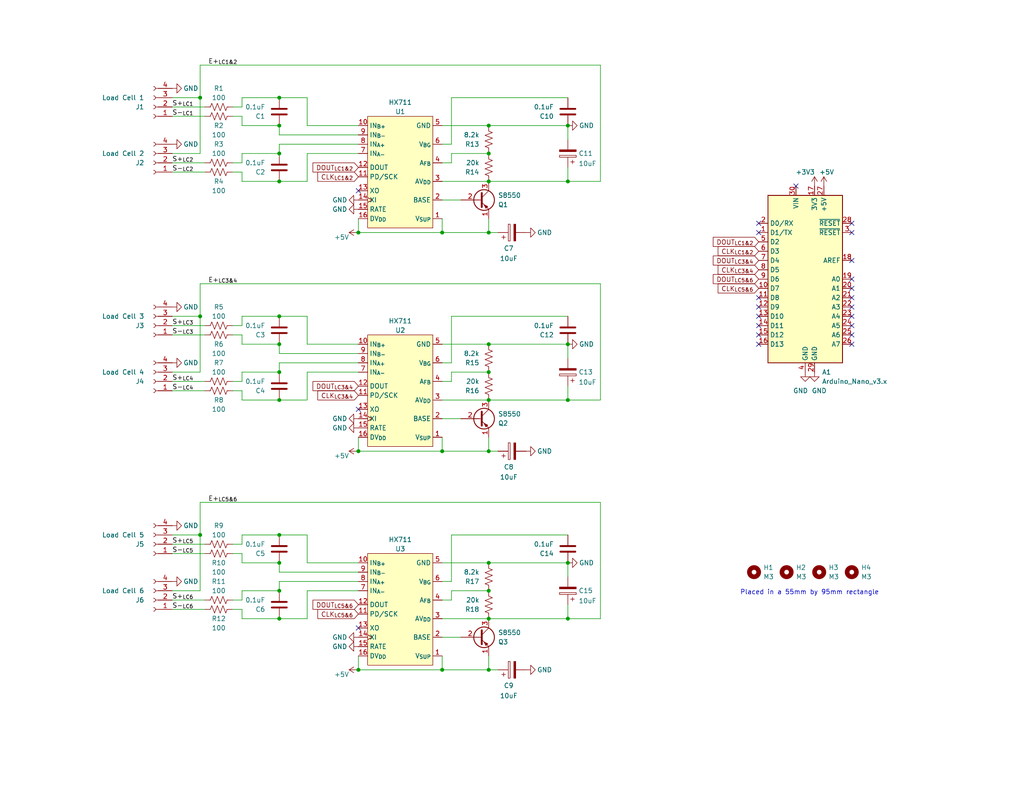
<source format=kicad_sch>
(kicad_sch (version 20211123) (generator eeschema)
  (paper "USLetter")
  (title_block (title "Wing Tester") (date "2022-04-23") (rev "1.3.1") (company "HPVDT"))
  (lib_symbols
    (symbol "Connector:Conn_01x04_Female" (pin_names (offset 1.016) hide)
      (property "Reference" "J" (at 0 5.08 0))
      (property "Value" "Conn_01x04_Female" (at 0 -7.62 0))
      (symbol "Conn_01x04_Female_1_1"
        (arc (start 0 -4.572) (mid -0.508 -5.08) (end 0 -5.588) (stroke (width 0.1524)))
        (arc (start 0 -2.032) (mid -0.508 -2.54) (end 0 -3.048) (stroke (width 0.1524)))
        (polyline (pts (xy -1.27 -5.08) (xy -0.508 -5.08)) (stroke (width 0.1524)))
        (polyline (pts (xy -1.27 -2.54) (xy -0.508 -2.54)) (stroke (width 0.1524)))
        (polyline (pts (xy -1.27 0) (xy -0.508 0)) (stroke (width 0.1524)))
        (polyline (pts (xy -1.27 2.54) (xy -0.508 2.54)) (stroke (width 0.1524)))
        (arc (start 0 0.508) (mid -0.508 0) (end 0 -0.508) (stroke (width 0.1524)))
        (arc (start 0 3.048) (mid -0.508 2.54) (end 0 2.032) (stroke (width 0.1524)))
        (pin passive line (at -5.08 2.54 0) (length 3.81) (name "Pin_1") (number "1"))
        (pin passive line (at -5.08 0 0) (length 3.81) (name "Pin_2") (number "2"))
        (pin passive line (at -5.08 -2.54 0) (length 3.81) (name "Pin_3") (number "3"))
        (pin passive line (at -5.08 -5.08 0) (length 3.81) (name "Pin_4") (number "4"))
      )
    )
    (symbol "Device:C" (pin_numbers hide) (pin_names (offset 0.254))
      (property "Reference" "C" (at 0.635 2.54 0))
      (property "Value" "C" (at 0.635 -2.54 0))
      (symbol "C_0_1"
        (polyline (pts (xy -2.032 -0.762) (xy 2.032 -0.762)) (stroke (width 0.508)))
        (polyline (pts (xy -2.032 0.762) (xy 2.032 0.762)) (stroke (width 0.508)))
      )
      (symbol "C_1_1"
        (pin passive line (at 0 3.81 270) (length 2.794) (name "~") (number "1"))
        (pin passive line (at 0 -3.81 90) (length 2.794) (name "~") (number "2"))
      )
    )
    (symbol "Device:C_Polarized" (pin_numbers hide) (pin_names (offset 0.254))
      (property "Reference" "C" (at 0.635 2.54 0))
      (property "Value" "C_Polarized" (at 0.635 -2.54 0))
      (symbol "C_Polarized_0_1"
        (rectangle (start -2.286 0.508) (end 2.286 1.016))
        (polyline (pts (xy -1.778 2.286) (xy -0.762 2.286)))
        (polyline (pts (xy -1.27 2.794) (xy -1.27 1.778)))
        (rectangle (start 2.286 -0.508) (end -2.286 -1.016) (fill (type outline)))
      )
      (symbol "C_Polarized_1_1"
        (pin passive line (at 0 3.81 270) (length 2.794) (name "~") (number "1"))
        (pin passive line (at 0 -3.81 90) (length 2.794) (name "~") (number "2"))
      )
    )
    (symbol "Device:R_US" (pin_numbers hide) (pin_names (offset 0))
      (property "Reference" "R" (at 2.54 0 90))
      (property "Value" "R_US" (at -2.54 0 90))
      (symbol "R_US_0_1"
        (polyline (pts (xy 0 -2.286) (xy 0 -2.54)))
        (polyline (pts (xy 0 2.286) (xy 0 2.54)))
        (polyline (pts (xy 0 -0.762) (xy 1.016 -1.143) (xy 0 -1.524) (xy -1.016 -1.905) (xy 0 -2.286)))
        (polyline (pts (xy 0 0.762) (xy 1.016 0.381) (xy 0 0) (xy -1.016 -0.381) (xy 0 -0.762)))
        (polyline (pts (xy 0 2.286) (xy 1.016 1.905) (xy 0 1.524) (xy -1.016 1.143) (xy 0 0.762)))
      )
      (symbol "R_US_1_1"
        (pin passive line (at 0 3.81 270) (length 1.27) (name "~") (number "1"))
        (pin passive line (at 0 -3.81 90) (length 1.27) (name "~") (number "2"))
      )
    )
    (symbol "MCU_Module:Arduino_Nano_v3.x"
      (property "Reference" "A" (at -10.16 23.495 0))
      (property "Value" "Arduino_Nano_v3.x" (at 5.08 -24.13 0))
      (symbol "Arduino_Nano_v3.x_0_1"
        (rectangle (start -10.16 22.86) (end 10.16 -22.86) (stroke (width 0.254)) (fill (type background)))
      )
      (symbol "Arduino_Nano_v3.x_1_1"
        (pin bidirectional line (at -12.7 12.7 0) (length 2.54) (name "D1/TX") (number "1"))
        (pin bidirectional line (at -12.7 -2.54 0) (length 2.54) (name "D7") (number "10"))
        (pin bidirectional line (at -12.7 -5.08 0) (length 2.54) (name "D8") (number "11"))
        (pin bidirectional line (at -12.7 -7.62 0) (length 2.54) (name "D9") (number "12"))
        (pin bidirectional line (at -12.7 -10.16 0) (length 2.54) (name "D10") (number "13"))
        (pin bidirectional line (at -12.7 -12.7 0) (length 2.54) (name "D11") (number "14"))
        (pin bidirectional line (at -12.7 -15.24 0) (length 2.54) (name "D12") (number "15"))
        (pin bidirectional line (at -12.7 -17.78 0) (length 2.54) (name "D13") (number "16"))
        (pin power_out line (at 2.54 25.4 270) (length 2.54) (name "3V3") (number "17"))
        (pin input line (at 12.7 5.08 180) (length 2.54) (name "AREF") (number "18"))
        (pin bidirectional line (at 12.7 0 180) (length 2.54) (name "A0") (number "19"))
        (pin bidirectional line (at -12.7 15.24 0) (length 2.54) (name "D0/RX") (number "2"))
        (pin bidirectional line (at 12.7 -2.54 180) (length 2.54) (name "A1") (number "20"))
        (pin bidirectional line (at 12.7 -5.08 180) (length 2.54) (name "A2") (number "21"))
        (pin bidirectional line (at 12.7 -7.62 180) (length 2.54) (name "A3") (number "22"))
        (pin bidirectional line (at 12.7 -10.16 180) (length 2.54) (name "A4") (number "23"))
        (pin bidirectional line (at 12.7 -12.7 180) (length 2.54) (name "A5") (number "24"))
        (pin bidirectional line (at 12.7 -15.24 180) (length 2.54) (name "A6") (number "25"))
        (pin bidirectional line (at 12.7 -17.78 180) (length 2.54) (name "A7") (number "26"))
        (pin power_out line (at 5.08 25.4 270) (length 2.54) (name "+5V") (number "27"))
        (pin input line (at 12.7 15.24 180) (length 2.54) (name "~{RESET}") (number "28"))
        (pin power_in line (at 2.54 -25.4 90) (length 2.54) (name "GND") (number "29"))
        (pin input line (at 12.7 12.7 180) (length 2.54) (name "~{RESET}") (number "3"))
        (pin power_in line (at -2.54 25.4 270) (length 2.54) (name "VIN") (number "30"))
        (pin power_in line (at 0 -25.4 90) (length 2.54) (name "GND") (number "4"))
        (pin bidirectional line (at -12.7 10.16 0) (length 2.54) (name "D2") (number "5"))
        (pin bidirectional line (at -12.7 7.62 0) (length 2.54) (name "D3") (number "6"))
        (pin bidirectional line (at -12.7 5.08 0) (length 2.54) (name "D4") (number "7"))
        (pin bidirectional line (at -12.7 2.54 0) (length 2.54) (name "D5") (number "8"))
        (pin bidirectional line (at -12.7 0 0) (length 2.54) (name "D6") (number "9"))
      )
    )
    (symbol "Mechanical:MountingHole" (pin_names (offset 1.016))
      (property "Reference" "H" (at 0 5.08 0))
      (property "Value" "MountingHole" (at 0 3.175 0))
      (symbol "MountingHole_0_1"
        (circle (center 0 0) (radius 1.27) (stroke (width 1.27)))
      )
    )
    (symbol "Transistor_BJT:S8550" (pin_names (offset 0) hide)
      (property "Reference" "Q" (at 5.08 1.905 0))
      (property "Value" "S8550" (at 5.08 0 0))
      (symbol "S8550_0_1"
        (polyline (pts (xy 0 0) (xy 0.635 0)))
        (polyline (pts (xy 2.54 -2.54) (xy 0.635 -0.635)))
        (polyline (pts (xy 2.54 2.54) (xy 0.635 0.635)))
        (polyline (pts (xy 0.635 1.905) (xy 0.635 -1.905) (xy 0.635 -1.905)) (stroke (width 0.508)) (fill (type outline)))
        (polyline (pts (xy 1.778 -2.286) (xy 2.286 -1.778) (xy 1.27 -1.27) (xy 1.778 -2.286) (xy 1.778 -2.286)) (fill (type outline)))
        (circle (center 1.27 0) (radius 2.8194) (stroke (width 0.254)))
      )
      (symbol "S8550_1_1"
        (pin passive line (at 2.54 -5.08 90) (length 2.54) (name "E") (number "1"))
        (pin input line (at -5.08 0 0) (length 5.08) (name "B") (number "2"))
        (pin passive line (at 2.54 5.08 270) (length 2.54) (name "C") (number "3"))
      )
    )
    (symbol "power:+3V3" (power) (pin_names (offset 0))
      (property "Value" "+3V3" (at 0 3.556 0))
      (symbol "+3V3_0_1"
        (polyline (pts (xy -0.762 1.27) (xy 0 2.54)))
        (polyline (pts (xy 0 0) (xy 0 2.54)))
        (polyline (pts (xy 0 2.54) (xy 0.762 1.27)))
      )
      (symbol "+3V3_1_1"
        (pin power_in line (at 0 0 90) (length 0) hide (name "+3V3") (number "1"))
      )
    )
    (symbol "power:+5V" (power) (pin_names (offset 0))
      (property "Value" "+5V" (at 0 3.556 0))
      (symbol "+5V_0_1"
        (polyline (pts (xy -0.762 1.27) (xy 0 2.54)))
        (polyline (pts (xy 0 0) (xy 0 2.54)))
        (polyline (pts (xy 0 2.54) (xy 0.762 1.27)))
      )
      (symbol "+5V_1_1"
        (pin power_in line (at 0 0 90) (length 0) hide (name "+5V") (number "1"))
      )
    )
    (symbol "power:GND" (power) (pin_names (offset 0))
      (property "Value" "GND" (at 0 -3.81 0))
      (symbol "GND_0_1"
        (polyline (pts (xy 0 0) (xy 0 -1.27) (xy 1.27 -1.27) (xy 0 -2.54) (xy -1.27 -1.27) (xy 0 -1.27)))
      )
      (symbol "GND_1_1"
        (pin power_in line (at 0 0 270) (length 0) hide (name "GND") (number "1"))
      )
    )
    (symbol "wing_test:HX711"
      (property "Reference" "U" (at 0 19.05 0))
      (property "Value" "HX711" (at 0 16.51 0))
      (symbol "HX711_0_1"
        (rectangle (start -8.89 15.24) (end 8.89 -15.24) (stroke (width 0.1524)) (fill (type background)))
      )
      (symbol "HX711_1_1"
        (pin power_in line (at -11.43 12.7 0) (length 2.54) (name "V_{SUP}") (number "1"))
        (pin input line (at 11.43 -12.7 180) (length 2.54) (name "IN_{B+}") (number "10"))
        (pin input line (at 11.43 1.27 180) (length 2.54) (name "PD/SCK") (number "11"))
        (pin output line (at 11.43 -1.27 180) (length 2.54) (name "DOUT") (number "12"))
        (pin input line (at 11.43 5.08 180) (length 2.54) (name "XO") (number "13"))
        (pin input clock (at 11.43 7.62 180) (length 2.54) (name "XI") (number "14"))
        (pin input line (at 11.43 10.16 180) (length 2.54) (name "RATE") (number "15"))
        (pin input line (at 11.43 12.7 180) (length 2.54) (name "DV_{DD}") (number "16"))
        (pin power_out line (at -11.43 7.62 0) (length 2.54) (name "BASE") (number "2"))
        (pin power_in line (at -11.43 2.54 0) (length 2.54) (name "AV_{DD}") (number "3"))
        (pin input line (at -11.43 -2.54 0) (length 2.54) (name "A_{FB}") (number "4"))
        (pin power_in line (at -11.43 -12.7 0) (length 2.54) (name "GND") (number "5"))
        (pin power_out line (at -11.43 -7.62 0) (length 2.54) (name "V_{BG}") (number "6"))
        (pin input line (at 11.43 -5.08 180) (length 2.54) (name "IN_{A-}") (number "7"))
        (pin input line (at 11.43 -7.62 180) (length 2.54) (name "IN_{A+}") (number "8"))
        (pin input line (at 11.43 -10.16 180) (length 2.54) (name "IN_{B-}") (number "9"))
      )
    )
  )
  (junction (at 133.35 41.91))
  (junction (at 154.94 168.91))
  (junction (at 76.2 109.22))
  (junction (at 133.35 161.29))
  (junction (at 154.94 49.53))
  (junction (at 76.2 146.05))
  (junction (at 154.94 109.22))
  (junction (at 133.35 153.67))
  (junction (at 154.94 93.98))
  (junction (at 76.2 101.6))
  (junction (at 133.35 93.98))
  (junction (at 133.35 168.91))
  (junction (at 133.35 63.5))
  (junction (at 76.2 34.29))
  (junction (at 97.79 182.88))
  (junction (at 97.79 63.5))
  (junction (at 76.2 168.91))
  (junction (at 133.35 182.88))
  (junction (at 120.65 123.19))
  (junction (at 154.94 153.67))
  (junction (at 54.61 86.36))
  (junction (at 133.35 49.53))
  (junction (at 120.65 63.5))
  (junction (at 76.2 86.36))
  (junction (at 133.35 109.22))
  (junction (at 133.35 123.19))
  (junction (at 54.61 146.05))
  (junction (at 133.35 101.6))
  (junction (at 133.35 34.29))
  (junction (at 76.2 93.98))
  (junction (at 154.94 34.29))
  (junction (at 76.2 49.53))
  (junction (at 120.65 182.88))
  (junction (at 97.79 123.19))
  (junction (at 76.2 26.67))
  (junction (at 76.2 41.91))
  (junction (at 76.2 153.67))
  (junction (at 76.2 161.29))
  (junction (at 54.61 26.67))
  (no_connect (at 97.79 52.07))
  (no_connect (at 97.79 111.76))
  (no_connect (at 207.01 81.28))
  (no_connect (at 207.01 83.82))
  (no_connect (at 232.41 93.98))
  (no_connect (at 232.41 63.5))
  (no_connect (at 207.01 91.44))
  (no_connect (at 207.01 93.98))
  (no_connect (at 232.41 81.28))
  (no_connect (at 232.41 60.96))
  (no_connect (at 217.17 50.8))
  (no_connect (at 232.41 76.2))
  (no_connect (at 207.01 60.96))
  (no_connect (at 97.79 171.45))
  (no_connect (at 232.41 88.9))
  (no_connect (at 232.41 78.74))
  (no_connect (at 232.41 71.12))
  (no_connect (at 232.41 86.36))
  (no_connect (at 207.01 88.9))
  (no_connect (at 207.01 86.36))
  (no_connect (at 232.41 91.44))
  (no_connect (at 207.01 63.5))
  (no_connect (at 232.41 83.82))
  (wire (pts (xy 125.73 114.3) (xy 120.65 114.3)))
  (wire (pts (xy 46.99 88.9) (xy 55.88 88.9)))
  (wire (pts (xy 83.82 86.36) (xy 83.82 93.98)))
  (wire (pts (xy 133.35 34.29) (xy 120.65 34.29)))
  (wire (pts (xy 76.2 99.06) (xy 97.79 99.06)))
  (wire (pts (xy 97.79 63.5) (xy 97.79 59.69)))
  (wire (pts (xy 54.61 26.67) (xy 54.61 41.91)))
  (wire (pts (xy 120.65 63.5) (xy 120.65 59.69)))
  (wire (pts (xy 154.94 165.1) (xy 154.94 168.91)))
  (wire (pts (xy 46.99 26.67) (xy 54.61 26.67)))
  (wire (pts (xy 66.04 153.67) (xy 76.2 153.67)))
  (wire (pts (xy 46.99 148.59) (xy 55.88 148.59)))
  (wire (pts (xy 154.94 93.98) (xy 133.35 93.98)))
  (wire (pts (xy 66.04 34.29) (xy 76.2 34.29)))
  (wire (pts (xy 63.5 31.75) (xy 66.04 31.75)))
  (wire (pts (xy 125.73 54.61) (xy 120.65 54.61)))
  (wire (pts (xy 133.35 153.67) (xy 120.65 153.67)))
  (wire (pts (xy 66.04 146.05) (xy 76.2 146.05)))
  (wire (pts (xy 63.5 88.9) (xy 66.04 88.9)))
  (wire (pts (xy 66.04 26.67) (xy 66.04 29.21)))
  (wire (pts (xy 76.2 39.37) (xy 97.79 39.37)))
  (wire (pts (xy 76.2 101.6) (xy 76.2 99.06)))
  (wire (pts (xy 63.5 46.99) (xy 66.04 46.99)))
  (wire (pts (xy 83.82 153.67) (xy 97.79 153.67)))
  (wire (pts (xy 120.65 123.19) (xy 120.65 119.38)))
  (wire (pts (xy 123.19 99.06) (xy 120.65 99.06)))
  (wire (pts (xy 76.2 161.29) (xy 76.2 158.75)))
  (wire (pts (xy 63.5 91.44) (xy 66.04 91.44)))
  (wire (pts (xy 54.61 86.36) (xy 54.61 101.6)))
  (wire (pts (xy 133.35 93.98) (xy 120.65 93.98)))
  (wire (pts (xy 133.35 101.6) (xy 123.19 101.6)))
  (wire (pts (xy 154.94 49.53) (xy 133.35 49.53)))
  (wire (pts (xy 66.04 151.13) (xy 66.04 153.67)))
  (wire (pts (xy 63.5 151.13) (xy 66.04 151.13)))
  (wire (pts (xy 83.82 168.91) (xy 83.82 161.29)))
  (wire (pts (xy 83.82 34.29) (xy 97.79 34.29)))
  (wire (pts (xy 154.94 34.29) (xy 154.94 38.1)))
  (wire (pts (xy 123.19 44.45) (xy 123.19 41.91)))
  (wire (pts (xy 133.35 63.5) (xy 120.65 63.5)))
  (wire (pts (xy 66.04 146.05) (xy 66.04 148.59)))
  (wire (pts (xy 97.79 156.21) (xy 76.2 156.21)))
  (wire (pts (xy 76.2 49.53) (xy 83.82 49.53)))
  (wire (pts (xy 66.04 166.37) (xy 66.04 168.91)))
  (wire (pts (xy 66.04 46.99) (xy 66.04 49.53)))
  (wire (pts (xy 163.83 109.22) (xy 154.94 109.22)))
  (wire (pts (xy 66.04 49.53) (xy 76.2 49.53)))
  (wire (pts (xy 133.35 41.91) (xy 123.19 41.91)))
  (wire (pts (xy 135.89 182.88) (xy 133.35 182.88)))
  (wire (pts (xy 66.04 101.6) (xy 76.2 101.6)))
  (wire (pts (xy 54.61 86.36) (xy 54.61 77.47)))
  (wire (pts (xy 66.04 44.45) (xy 66.04 41.91)))
  (wire (pts (xy 63.5 104.14) (xy 66.04 104.14)))
  (wire (pts (xy 63.5 148.59) (xy 66.04 148.59)))
  (wire (pts (xy 46.99 104.14) (xy 55.88 104.14)))
  (wire (pts (xy 135.89 123.19) (xy 133.35 123.19)))
  (wire (pts (xy 123.19 104.14) (xy 123.19 101.6)))
  (wire (pts (xy 123.19 163.83) (xy 123.19 161.29)))
  (wire (pts (xy 63.5 163.83) (xy 66.04 163.83)))
  (wire (pts (xy 46.99 163.83) (xy 55.88 163.83)))
  (wire (pts (xy 46.99 86.36) (xy 54.61 86.36)))
  (wire (pts (xy 76.2 36.83) (xy 76.2 34.29)))
  (wire (pts (xy 66.04 106.68) (xy 66.04 109.22)))
  (wire (pts (xy 63.5 166.37) (xy 66.04 166.37)))
  (wire (pts (xy 66.04 161.29) (xy 76.2 161.29)))
  (wire (pts (xy 133.35 109.22) (xy 120.65 109.22)))
  (wire (pts (xy 66.04 86.36) (xy 66.04 88.9)))
  (wire (pts (xy 123.19 146.05) (xy 123.19 158.75)))
  (wire (pts (xy 133.35 182.88) (xy 120.65 182.88)))
  (wire (pts (xy 120.65 163.83) (xy 123.19 163.83)))
  (wire (pts (xy 76.2 26.67) (xy 83.82 26.67)))
  (wire (pts (xy 163.83 17.78) (xy 163.83 49.53)))
  (wire (pts (xy 154.94 105.41) (xy 154.94 109.22)))
  (wire (pts (xy 63.5 29.21) (xy 66.04 29.21)))
  (wire (pts (xy 123.19 86.36) (xy 123.19 99.06)))
  (wire (pts (xy 125.73 173.99) (xy 120.65 173.99)))
  (wire (pts (xy 54.61 17.78) (xy 163.83 17.78)))
  (wire (pts (xy 120.65 63.5) (xy 97.79 63.5)))
  (wire (pts (xy 83.82 101.6) (xy 97.79 101.6)))
  (wire (pts (xy 123.19 26.67) (xy 123.19 39.37)))
  (wire (pts (xy 46.99 166.37) (xy 55.88 166.37)))
  (wire (pts (xy 46.99 101.6) (xy 54.61 101.6)))
  (wire (pts (xy 46.99 31.75) (xy 55.88 31.75)))
  (wire (pts (xy 66.04 41.91) (xy 76.2 41.91)))
  (wire (pts (xy 54.61 146.05) (xy 54.61 137.16)))
  (wire (pts (xy 66.04 91.44) (xy 66.04 93.98)))
  (wire (pts (xy 83.82 93.98) (xy 97.79 93.98)))
  (wire (pts (xy 76.2 109.22) (xy 83.82 109.22)))
  (wire (pts (xy 66.04 26.67) (xy 76.2 26.67)))
  (wire (pts (xy 154.94 93.98) (xy 154.94 97.79)))
  (wire (pts (xy 83.82 109.22) (xy 83.82 101.6)))
  (wire (pts (xy 76.2 156.21) (xy 76.2 153.67)))
  (wire (pts (xy 133.35 179.07) (xy 133.35 182.88)))
  (wire (pts (xy 133.35 123.19) (xy 120.65 123.19)))
  (wire (pts (xy 83.82 41.91) (xy 97.79 41.91)))
  (wire (pts (xy 154.94 153.67) (xy 154.94 157.48)))
  (wire (pts (xy 133.35 168.91) (xy 120.65 168.91)))
  (wire (pts (xy 46.99 41.91) (xy 54.61 41.91)))
  (wire (pts (xy 133.35 49.53) (xy 120.65 49.53)))
  (wire (pts (xy 46.99 29.21) (xy 55.88 29.21)))
  (wire (pts (xy 46.99 91.44) (xy 55.88 91.44)))
  (wire (pts (xy 97.79 36.83) (xy 76.2 36.83)))
  (wire (pts (xy 76.2 86.36) (xy 83.82 86.36)))
  (wire (pts (xy 83.82 146.05) (xy 83.82 153.67)))
  (wire (pts (xy 63.5 106.68) (xy 66.04 106.68)))
  (wire (pts (xy 76.2 41.91) (xy 76.2 39.37)))
  (wire (pts (xy 46.99 151.13) (xy 55.88 151.13)))
  (wire (pts (xy 76.2 96.52) (xy 76.2 93.98)))
  (wire (pts (xy 163.83 49.53) (xy 154.94 49.53)))
  (wire (pts (xy 120.65 182.88) (xy 120.65 179.07)))
  (wire (pts (xy 154.94 45.72) (xy 154.94 49.53)))
  (wire (pts (xy 154.94 34.29) (xy 133.35 34.29)))
  (wire (pts (xy 54.61 146.05) (xy 54.61 161.29)))
  (wire (pts (xy 66.04 86.36) (xy 76.2 86.36)))
  (wire (pts (xy 54.61 137.16) (xy 163.83 137.16)))
  (wire (pts (xy 163.83 168.91) (xy 154.94 168.91)))
  (wire (pts (xy 154.94 26.67) (xy 123.19 26.67)))
  (wire (pts (xy 120.65 182.88) (xy 97.79 182.88)))
  (wire (pts (xy 66.04 31.75) (xy 66.04 34.29)))
  (wire (pts (xy 83.82 161.29) (xy 97.79 161.29)))
  (wire (pts (xy 54.61 26.67) (xy 54.61 17.78)))
  (wire (pts (xy 135.89 63.5) (xy 133.35 63.5)))
  (wire (pts (xy 123.19 158.75) (xy 120.65 158.75)))
  (wire (pts (xy 46.99 106.68) (xy 55.88 106.68)))
  (wire (pts (xy 154.94 146.05) (xy 123.19 146.05)))
  (wire (pts (xy 46.99 161.29) (xy 54.61 161.29)))
  (wire (pts (xy 46.99 146.05) (xy 54.61 146.05)))
  (wire (pts (xy 123.19 39.37) (xy 120.65 39.37)))
  (wire (pts (xy 120.65 44.45) (xy 123.19 44.45)))
  (wire (pts (xy 97.79 96.52) (xy 76.2 96.52)))
  (wire (pts (xy 97.79 123.19) (xy 97.79 119.38)))
  (wire (pts (xy 154.94 153.67) (xy 133.35 153.67)))
  (wire (pts (xy 154.94 168.91) (xy 133.35 168.91)))
  (wire (pts (xy 46.99 46.99) (xy 55.88 46.99)))
  (wire (pts (xy 133.35 161.29) (xy 123.19 161.29)))
  (wire (pts (xy 76.2 168.91) (xy 83.82 168.91)))
  (wire (pts (xy 66.04 109.22) (xy 76.2 109.22)))
  (wire (pts (xy 54.61 77.47) (xy 163.83 77.47)))
  (wire (pts (xy 66.04 104.14) (xy 66.04 101.6)))
  (wire (pts (xy 66.04 93.98) (xy 76.2 93.98)))
  (wire (pts (xy 133.35 119.38) (xy 133.35 123.19)))
  (wire (pts (xy 83.82 49.53) (xy 83.82 41.91)))
  (wire (pts (xy 163.83 137.16) (xy 163.83 168.91)))
  (wire (pts (xy 133.35 59.69) (xy 133.35 63.5)))
  (wire (pts (xy 97.79 182.88) (xy 97.79 179.07)))
  (wire (pts (xy 120.65 123.19) (xy 97.79 123.19)))
  (wire (pts (xy 66.04 163.83) (xy 66.04 161.29)))
  (wire (pts (xy 63.5 44.45) (xy 66.04 44.45)))
  (wire (pts (xy 120.65 104.14) (xy 123.19 104.14)))
  (wire (pts (xy 76.2 146.05) (xy 83.82 146.05)))
  (wire (pts (xy 163.83 77.47) (xy 163.83 109.22)))
  (wire (pts (xy 66.04 168.91) (xy 76.2 168.91)))
  (wire (pts (xy 83.82 26.67) (xy 83.82 34.29)))
  (wire (pts (xy 46.99 44.45) (xy 55.88 44.45)))
  (wire (pts (xy 154.94 109.22) (xy 133.35 109.22)))
  (wire (pts (xy 154.94 86.36) (xy 123.19 86.36)))
  (wire (pts (xy 76.2 158.75) (xy 97.79 158.75)))
  (text "Placed in a 55mm by 95mm rectangle" (at 201.93 162.56 0) (effects (font (size 1.27 1.27)) (justify left bottom)))
  (label "S+_{LC1}" (at 46.99 29.21 0))
  (label "S-_{LC1}" (at 46.99 31.75 0))
  (label "S-_{LC5}" (at 46.99 151.13 0))
  (label "E+_{LC1&2}" (at 64.77 17.78 180))
  (label "E+_{LC5&6}" (at 64.77 137.16 180))
  (label "S+_{LC5}" (at 46.99 148.59 0))
  (label "S-_{LC4}" (at 46.99 106.68 0))
  (label "S-_{LC3}" (at 46.99 91.44 0))
  (label "S-_{LC6}" (at 46.99 166.37 0))
  (label "S+_{LC4}" (at 46.99 104.14 0))
  (label "S+_{LC3}" (at 46.99 88.9 0))
  (label "E+_{LC3&4}" (at 64.77 77.47 180))
  (label "S+_{LC6}" (at 46.99 163.83 0))
  (label "S+_{LC2}" (at 46.99 44.45 0))
  (label "S-_{LC2}" (at 46.99 46.99 0))
  (global_label "DOUT_{LC3&4}" (shape input) (at 97.79 105.41 180) (property "Intersheet References" "${INTERSHEET_REFS}" (effects hide)))
  (global_label "DOUT_{LC1&2}" (shape input) (at 207.01 66.04 180) (property "Intersheet References" "${INTERSHEET_REFS}" (effects hide)))
  (global_label "DOUT_{LC1&2}" (shape input) (at 97.79 45.72 180) (property "Intersheet References" "${INTERSHEET_REFS}" (effects hide)))
  (global_label "DOUT_{LC3&4}" (shape input) (at 207.01 71.12 180) (property "Intersheet References" "${INTERSHEET_REFS}" (effects hide)))
  (global_label "DOUT_{LC5&6}" (shape input) (at 207.01 76.2 180) (property "Intersheet References" "${INTERSHEET_REFS}" (effects hide)))
  (global_label "CLK_{LC1&2}" (shape input) (at 97.79 48.26 180) (property "Intersheet References" "${INTERSHEET_REFS}" (effects hide)))
  (global_label "CLK_{LC3&4}" (shape input) (at 207.01 73.66 180) (property "Intersheet References" "${INTERSHEET_REFS}" (effects hide)))
  (global_label "CLK_{LC1&2}" (shape input) (at 207.01 68.58 180) (property "Intersheet References" "${INTERSHEET_REFS}" (effects hide)))
  (global_label "CLK_{LC5&6}" (shape input) (at 97.79 167.64 180) (property "Intersheet References" "${INTERSHEET_REFS}" (effects hide)))
  (global_label "CLK_{LC3&4}" (shape input) (at 97.79 107.95 180) (property "Intersheet References" "${INTERSHEET_REFS}" (effects hide)))
  (global_label "DOUT_{LC5&6}" (shape input) (at 97.79 165.1 180) (property "Intersheet References" "${INTERSHEET_REFS}" (effects hide)))
  (global_label "CLK_{LC5&6}" (shape input) (at 207.01 78.74 180) (property "Intersheet References" "${INTERSHEET_REFS}" (effects hide)))
  (symbol (lib_id "power:+5V") (at 97.79 182.88 90) (unit 1)
    (property "Reference" "#PWR0125" (effects hide))
    (property "Value" "+5V" (at 95.25 184.15 90) (effects (justify left)))
  )
  (symbol (lib_id "power:GND") (at 46.99 158.75 90) (unit 1)
    (property "Reference" "#PWR0119" (effects hide))
    (property "Value" "GND" (at 52.07 158.75 90))
  )
  (symbol (lib_id "Device:C") (at 76.2 90.17 0) (unit 1)
    (property "Reference" "C3" (at 72.39 91.4401 0) (effects (justify right)))
    (property "Value" "0.1uF" (at 72.39 88.9001 0) (effects (justify right)))
    (property "Footprint" "Capacitor_THT:CP_Radial_D5.0mm_P2.50mm" (effects hide))
  )
  (symbol (lib_id "Device:R_US") (at 59.69 151.13 90) (unit 1)
    (property "Reference" "R10" (at 59.69 153.67 90))
    (property "Value" "100" (at 59.69 156.21 90))
    (property "Footprint" "Resistor_THT:R_Axial_DIN0207_L6.3mm_D2.5mm_P10.16mm_Horizontal" (effects hide))
  )
  (symbol (lib_id "Device:C") (at 76.2 105.41 0) (unit 1)
    (property "Reference" "C4" (at 72.39 106.6801 0) (effects (justify right)))
    (property "Value" "0.1uF" (at 72.39 104.1401 0) (effects (justify right)))
    (property "Footprint" "Capacitor_THT:CP_Radial_D5.0mm_P2.50mm" (effects hide))
  )
  (symbol (lib_id "Transistor_BJT:S8550") (at 130.81 114.3 0) (unit 1)
    (property "Reference" "Q2" (at 135.89 115.5701 0) (effects (justify left)))
    (property "Value" "S8550" (at 135.89 113.0301 0) (effects (justify left)))
    (property "Footprint" "Package_TO_SOT_THT:TO-92_Inline" (effects hide))
    (property "Datasheet" "http://www.unisonic.com.tw/datasheet/S8550.pdf" (effects hide))
  )
  (symbol (lib_id "Device:C_Polarized") (at 154.94 101.6 180) (unit 1)
    (property "Reference" "C13" (at 157.861 101.5805 0) (effects (justify right)))
    (property "Value" "10uF" (at 157.861 104.3556 0) (effects (justify right)))
    (property "Footprint" "Capacitor_THT:CP_Radial_D5.0mm_P2.50mm" (effects hide))
  )
  (symbol (lib_id "Device:R_US") (at 59.69 29.21 90) (unit 1)
    (property "Reference" "R1" (at 59.69 24.13 90))
    (property "Value" "100" (at 59.69 26.67 90))
    (property "Footprint" "Resistor_THT:R_Axial_DIN0207_L6.3mm_D2.5mm_P10.16mm_Horizontal" (effects hide))
  )
  (symbol (lib_id "Device:C") (at 76.2 45.72 0) (unit 1)
    (property "Reference" "C2" (at 72.39 46.9901 0) (effects (justify right)))
    (property "Value" "0.1uF" (at 72.39 44.4501 0) (effects (justify right)))
    (property "Footprint" "Capacitor_THT:CP_Radial_D5.0mm_P2.50mm" (effects hide))
  )
  (symbol (lib_id "Device:R_US") (at 59.69 31.75 90) (unit 1)
    (property "Reference" "R2" (at 59.69 34.29 90))
    (property "Value" "100" (at 59.69 36.83 90))
    (property "Footprint" "Resistor_THT:R_Axial_DIN0207_L6.3mm_D2.5mm_P10.16mm_Horizontal" (effects hide))
  )
  (symbol (lib_id "power:GND") (at 97.79 57.15 270) (unit 1)
    (property "Reference" "#PWR0102" (effects hide))
    (property "Value" "GND" (at 92.71 57.15 90))
  )
  (symbol (lib_id "power:GND") (at 219.71 101.6 0) (unit 1)
    (property "Reference" "#PWR0114" (effects hide))
    (property "Value" "GND" (at 218.44 106.68 0))
  )
  (symbol (lib_id "Device:R_US") (at 59.69 91.44 90) (unit 1)
    (property "Reference" "R6" (at 59.69 93.98 90))
    (property "Value" "100" (at 59.69 96.52 90))
    (property "Footprint" "Resistor_THT:R_Axial_DIN0207_L6.3mm_D2.5mm_P10.16mm_Horizontal" (effects hide))
  )
  (symbol (lib_id "Transistor_BJT:S8550") (at 130.81 54.61 0) (unit 1)
    (property "Reference" "Q1" (at 135.89 55.8801 0) (effects (justify left)))
    (property "Value" "S8550" (at 135.89 53.3401 0) (effects (justify left)))
    (property "Footprint" "Package_TO_SOT_THT:TO-92_Inline" (effects hide))
    (property "Datasheet" "http://www.unisonic.com.tw/datasheet/S8550.pdf" (effects hide))
  )
  (symbol (lib_id "Device:R_US") (at 133.35 45.72 180) (unit 1)
    (property "Reference" "R14" (at 130.81 46.9901 0) (effects (justify left)))
    (property "Value" "20k" (at 130.81 44.4501 0) (effects (justify left)))
    (property "Footprint" "Resistor_THT:R_Axial_DIN0207_L6.3mm_D2.5mm_P10.16mm_Horizontal" (effects hide))
  )
  (symbol (lib_id "power:GND") (at 97.79 114.3 270) (unit 1)
    (property "Reference" "#PWR0115" (effects hide))
    (property "Value" "GND" (at 92.71 114.3 90))
  )
  (symbol (lib_id "Device:R_US") (at 59.69 46.99 90) (unit 1)
    (property "Reference" "R4" (at 59.69 49.53 90))
    (property "Value" "100" (at 59.69 52.07 90))
    (property "Footprint" "Resistor_THT:R_Axial_DIN0207_L6.3mm_D2.5mm_P10.16mm_Horizontal" (effects hide))
  )
  (symbol (lib_id "power:GND") (at 143.51 63.5 90) (unit 1)
    (property "Reference" "#PWR0110" (effects hide))
    (property "Value" "GND" (at 148.59 63.5 90))
  )
  (symbol (lib_id "Connector:Conn_01x04_Female") (at 41.91 148.59 180) (unit 1)
    (property "Reference" "J5" (at 39.37 148.59 0) (effects (justify left)))
    (property "Value" "Load Cell 5" (at 39.37 146.05 0) (effects (justify left)))
    (property "Footprint" "Connector_PinHeader_2.54mm:PinHeader_1x04_P2.54mm_Vertical" (effects hide))
  )
  (symbol (lib_id "Device:C_Polarized") (at 154.94 41.91 180) (unit 1)
    (property "Reference" "C11" (at 157.861 41.8905 0) (effects (justify right)))
    (property "Value" "10uF" (at 157.861 44.6656 0) (effects (justify right)))
    (property "Footprint" "Capacitor_THT:CP_Radial_D5.0mm_P2.50mm" (effects hide))
  )
  (symbol (lib_id "power:+5V") (at 97.79 123.19 90) (unit 1)
    (property "Reference" "#PWR0108" (effects hide))
    (property "Value" "+5V" (at 95.25 124.46 90) (effects (justify left)))
  )
  (symbol (lib_id "Mechanical:MountingHole") (at 205.74 156.21 0) (unit 1)
    (property "Reference" "H1" (at 208.28 154.9399 0) (effects (justify left)))
    (property "Value" "M3" (at 208.28 157.4799 0) (effects (justify left)))
    (property "Footprint" "MountingHole:MountingHole_3.2mm_M3_ISO7380_Pad" (effects hide))
  )
  (symbol (lib_id "Device:C_Polarized") (at 139.7 63.5 90) (unit 1)
    (property "Reference" "C7" (at 138.811 67.8085 90))
    (property "Value" "10uF" (at 138.811 70.5836 90))
    (property "Footprint" "Capacitor_THT:CP_Radial_D5.0mm_P2.50mm" (effects hide))
  )
  (symbol (lib_id "Device:R_US") (at 133.35 38.1 180) (unit 1)
    (property "Reference" "R13" (at 130.81 39.3701 0) (effects (justify left)))
    (property "Value" "8.2k" (at 130.81 36.8301 0) (effects (justify left)))
    (property "Footprint" "Resistor_THT:R_Axial_DIN0207_L6.3mm_D2.5mm_P10.16mm_Horizontal" (effects hide))
  )
  (symbol (lib_id "power:GND") (at 143.51 182.88 90) (unit 1)
    (property "Reference" "#PWR0121" (effects hide))
    (property "Value" "GND" (at 148.59 182.88 90))
  )
  (symbol (lib_id "power:GND") (at 46.99 99.06 90) (unit 1)
    (property "Reference" "#PWR0104" (effects hide))
    (property "Value" "GND" (at 52.07 99.06 90))
  )
  (symbol (lib_id "Connector:Conn_01x04_Female") (at 41.91 44.45 180) (unit 1)
    (property "Reference" "J2" (at 39.37 44.45 0) (effects (justify left)))
    (property "Value" "Load Cell 2" (at 39.37 41.91 0) (effects (justify left)))
    (property "Footprint" "Connector_PinHeader_2.54mm:PinHeader_1x04_P2.54mm_Vertical" (effects hide))
  )
  (symbol (lib_id "power:GND") (at 97.79 54.61 270) (unit 1)
    (property "Reference" "#PWR0101" (effects hide))
    (property "Value" "GND" (at 92.71 54.61 90))
  )
  (symbol (lib_id "Mechanical:MountingHole") (at 223.52 156.21 0) (unit 1)
    (property "Reference" "H3" (at 226.06 154.9399 0) (effects (justify left)))
    (property "Value" "M3" (at 226.06 157.4799 0) (effects (justify left)))
    (property "Footprint" "MountingHole:MountingHole_3.2mm_M3_ISO7380_Pad" (effects hide))
  )
  (symbol (lib_id "Device:C_Polarized") (at 154.94 161.29 180) (unit 1)
    (property "Reference" "C15" (at 157.861 161.2705 0) (effects (justify right)))
    (property "Value" "10uF" (at 157.861 164.0456 0) (effects (justify right)))
    (property "Footprint" "Capacitor_THT:CP_Radial_D5.0mm_P2.50mm" (effects hide))
  )
  (symbol (lib_id "Device:R_US") (at 133.35 105.41 180) (unit 1)
    (property "Reference" "R16" (at 130.81 106.6801 0) (effects (justify left)))
    (property "Value" "20k" (at 130.81 104.1401 0) (effects (justify left)))
    (property "Footprint" "Resistor_THT:R_Axial_DIN0207_L6.3mm_D2.5mm_P10.16mm_Horizontal" (effects hide))
  )
  (symbol (lib_id "Device:R_US") (at 59.69 44.45 90) (unit 1)
    (property "Reference" "R3" (at 59.69 39.37 90))
    (property "Value" "100" (at 59.69 41.91 90))
    (property "Footprint" "Resistor_THT:R_Axial_DIN0207_L6.3mm_D2.5mm_P10.16mm_Horizontal" (effects hide))
  )
  (symbol (lib_id "power:GND") (at 97.79 116.84 270) (unit 1)
    (property "Reference" "#PWR0116" (effects hide))
    (property "Value" "GND" (at 92.71 116.84 90))
  )
  (symbol (lib_id "Device:R_US") (at 59.69 104.14 90) (unit 1)
    (property "Reference" "R7" (at 59.69 99.06 90))
    (property "Value" "100" (at 59.69 101.6 90))
    (property "Footprint" "Resistor_THT:R_Axial_DIN0207_L6.3mm_D2.5mm_P10.16mm_Horizontal" (effects hide))
  )
  (symbol (lib_id "power:GND") (at 154.94 34.29 90) (unit 1)
    (property "Reference" "#PWR0107" (effects hide))
    (property "Value" "GND" (at 160.02 34.29 90))
  )
  (symbol (lib_id "power:GND") (at 46.99 83.82 90) (unit 1)
    (property "Reference" "#PWR0117" (effects hide))
    (property "Value" "GND" (at 52.07 83.82 90))
  )
  (symbol (lib_id "Device:R_US") (at 59.69 106.68 90) (unit 1)
    (property "Reference" "R8" (at 59.69 109.22 90))
    (property "Value" "100" (at 59.69 111.76 90))
    (property "Footprint" "Resistor_THT:R_Axial_DIN0207_L6.3mm_D2.5mm_P10.16mm_Horizontal" (effects hide))
  )
  (symbol (lib_id "Device:R_US") (at 59.69 148.59 90) (unit 1)
    (property "Reference" "R9" (at 59.69 143.51 90))
    (property "Value" "100" (at 59.69 146.05 90))
    (property "Footprint" "Resistor_THT:R_Axial_DIN0207_L6.3mm_D2.5mm_P10.16mm_Horizontal" (effects hide))
  )
  (symbol (lib_id "power:GND") (at 154.94 153.67 90) (unit 1)
    (property "Reference" "#PWR0120" (effects hide))
    (property "Value" "GND" (at 160.02 153.67 90))
  )
  (symbol (lib_id "Connector:Conn_01x04_Female") (at 41.91 29.21 180) (unit 1)
    (property "Reference" "J1" (at 39.37 29.21 0) (effects (justify left)))
    (property "Value" "Load Cell 1" (at 39.37 26.67 0) (effects (justify left)))
    (property "Footprint" "Connector_PinHeader_2.54mm:PinHeader_1x04_P2.54mm_Vertical" (effects hide))
  )
  (symbol (lib_id "power:GND") (at 154.94 93.98 90) (unit 1)
    (property "Reference" "#PWR0122" (effects hide))
    (property "Value" "GND" (at 160.02 93.98 90))
  )
  (symbol (lib_id "Device:C") (at 154.94 149.86 0) (unit 1)
    (property "Reference" "C14" (at 151.13 151.1301 0) (effects (justify right)))
    (property "Value" "0.1uF" (at 151.13 148.5901 0) (effects (justify right)))
    (property "Footprint" "Capacitor_THT:CP_Radial_D5.0mm_P2.50mm" (effects hide))
  )
  (symbol (lib_id "Device:R_US") (at 133.35 157.48 180) (unit 1)
    (property "Reference" "R17" (at 130.81 158.7501 0) (effects (justify left)))
    (property "Value" "8.2k" (at 130.81 156.2101 0) (effects (justify left)))
    (property "Footprint" "Resistor_THT:R_Axial_DIN0207_L6.3mm_D2.5mm_P10.16mm_Horizontal" (effects hide))
  )
  (symbol (lib_id "Mechanical:MountingHole") (at 214.63 156.21 0) (unit 1)
    (property "Reference" "H2" (at 217.17 154.9399 0) (effects (justify left)))
    (property "Value" "M3" (at 217.17 157.4799 0) (effects (justify left)))
    (property "Footprint" "MountingHole:MountingHole_3.2mm_M3_ISO7380_Pad" (effects hide))
  )
  (symbol (lib_id "power:+5V") (at 97.79 63.5 90) (unit 1)
    (property "Reference" "#PWR0103" (effects hide))
    (property "Value" "+5V" (at 95.25 64.77 90) (effects (justify left)))
  )
  (symbol (lib_id "Connector:Conn_01x04_Female") (at 41.91 163.83 180) (unit 1)
    (property "Reference" "J6" (at 39.37 163.83 0) (effects (justify left)))
    (property "Value" "Load Cell 6" (at 39.37 161.29 0) (effects (justify left)))
    (property "Footprint" "Connector_PinHeader_2.54mm:PinHeader_1x04_P2.54mm_Vertical" (effects hide))
  )
  (symbol (lib_id "power:GND") (at 222.25 101.6 0) (unit 1)
    (property "Reference" "#PWR0113" (effects hide))
    (property "Value" "GND" (at 223.52 106.68 0))
  )
  (symbol (lib_id "Device:C_Polarized") (at 139.7 123.19 90) (unit 1)
    (property "Reference" "C8" (at 138.811 127.4985 90))
    (property "Value" "10uF" (at 138.811 130.2736 90))
    (property "Footprint" "Capacitor_THT:CP_Radial_D5.0mm_P2.50mm" (effects hide))
  )
  (symbol (lib_id "wing_test:HX711") (at 109.22 106.68 180) (unit 1)
    (property "Reference" "U2" (at 109.22 90.17 0))
    (property "Value" "HX711" (at 109.22 87.63 0))
    (property "Footprint" "Package_SO:SOP-16_3.9x9.9mm_P1.27mm" (effects hide))
    (property "Datasheet" "https://cdn.sparkfun.com/datasheets/Sensors/ForceFlex/hx711_english.pdf" (effects hide))
  )
  (symbol (lib_id "Device:R_US") (at 59.69 88.9 90) (unit 1)
    (property "Reference" "R5" (at 59.69 83.82 90))
    (property "Value" "100" (at 59.69 86.36 90))
    (property "Footprint" "Resistor_THT:R_Axial_DIN0207_L6.3mm_D2.5mm_P10.16mm_Horizontal" (effects hide))
  )
  (symbol (lib_id "Device:R_US") (at 59.69 163.83 90) (unit 1)
    (property "Reference" "R11" (at 59.69 158.75 90))
    (property "Value" "100" (at 59.69 161.29 90))
    (property "Footprint" "Resistor_THT:R_Axial_DIN0207_L6.3mm_D2.5mm_P10.16mm_Horizontal" (effects hide))
  )
  (symbol (lib_id "wing_test:HX711") (at 109.22 46.99 180) (unit 1)
    (property "Reference" "U1" (at 109.22 30.48 0))
    (property "Value" "HX711" (at 109.22 27.94 0))
    (property "Footprint" "Package_SO:SOP-16_3.9x9.9mm_P1.27mm" (effects hide))
    (property "Datasheet" "https://cdn.sparkfun.com/datasheets/Sensors/ForceFlex/hx711_english.pdf" (effects hide))
  )
  (symbol (lib_id "power:+3V3") (at 222.25 50.8 0) (unit 1)
    (property "Reference" "#PWR0112" (effects hide))
    (property "Value" "+3V3" (at 219.71 46.99 0))
  )
  (symbol (lib_id "Device:R_US") (at 133.35 165.1 180) (unit 1)
    (property "Reference" "R18" (at 130.81 166.3701 0) (effects (justify left)))
    (property "Value" "20k" (at 130.81 163.8301 0) (effects (justify left)))
    (property "Footprint" "Resistor_THT:R_Axial_DIN0207_L6.3mm_D2.5mm_P10.16mm_Horizontal" (effects hide))
  )
  (symbol (lib_id "Device:C") (at 76.2 30.48 0) (unit 1)
    (property "Reference" "C1" (at 72.39 31.7501 0) (effects (justify right)))
    (property "Value" "0.1uF" (at 72.39 29.2101 0) (effects (justify right)))
    (property "Footprint" "Capacitor_THT:CP_Radial_D5.0mm_P2.50mm" (effects hide))
  )
  (symbol (lib_id "Connector:Conn_01x04_Female") (at 41.91 88.9 180) (unit 1)
    (property "Reference" "J3" (at 39.37 88.9 0) (effects (justify left)))
    (property "Value" "Load Cell 3" (at 39.37 86.36 0) (effects (justify left)))
    (property "Footprint" "Connector_PinHeader_2.54mm:PinHeader_1x04_P2.54mm_Vertical" (effects hide))
  )
  (symbol (lib_id "Connector:Conn_01x04_Female") (at 41.91 104.14 180) (unit 1)
    (property "Reference" "J4" (at 39.37 104.14 0) (effects (justify left)))
    (property "Value" "Load Cell 4" (at 39.37 101.6 0) (effects (justify left)))
    (property "Footprint" "Connector_PinHeader_2.54mm:PinHeader_1x04_P2.54mm_Vertical" (effects hide))
  )
  (symbol (lib_id "power:GND") (at 46.99 143.51 90) (unit 1)
    (property "Reference" "#PWR0118" (effects hide))
    (property "Value" "GND" (at 52.07 143.51 90))
  )
  (symbol (lib_id "power:GND") (at 97.79 176.53 270) (unit 1)
    (property "Reference" "#PWR0124" (effects hide))
    (property "Value" "GND" (at 92.71 176.53 90))
  )
  (symbol (lib_id "wing_test:HX711") (at 109.22 166.37 180) (unit 1)
    (property "Reference" "U3" (at 109.22 149.86 0))
    (property "Value" "HX711" (at 109.22 147.32 0))
    (property "Footprint" "Package_SO:SOP-16_3.9x9.9mm_P1.27mm" (effects hide))
    (property "Datasheet" "https://cdn.sparkfun.com/datasheets/Sensors/ForceFlex/hx711_english.pdf" (effects hide))
  )
  (symbol (lib_id "Device:C") (at 154.94 90.17 0) (unit 1)
    (property "Reference" "C12" (at 151.13 91.4401 0) (effects (justify right)))
    (property "Value" "0.1uF" (at 151.13 88.9001 0) (effects (justify right)))
    (property "Footprint" "Capacitor_THT:CP_Radial_D5.0mm_P2.50mm" (effects hide))
  )
  (symbol (lib_id "Device:C") (at 154.94 30.48 0) (unit 1)
    (property "Reference" "C10" (at 151.13 31.7501 0) (effects (justify right)))
    (property "Value" "0.1uF" (at 151.13 29.2101 0) (effects (justify right)))
    (property "Footprint" "Capacitor_THT:CP_Radial_D5.0mm_P2.50mm" (effects hide))
  )
  (symbol (lib_id "power:GND") (at 46.99 39.37 90) (unit 1)
    (property "Reference" "#PWR0105" (effects hide))
    (property "Value" "GND" (at 52.07 39.37 90))
  )
  (symbol (lib_id "power:GND") (at 46.99 24.13 90) (unit 1)
    (property "Reference" "#PWR0106" (effects hide))
    (property "Value" "GND" (at 52.07 24.13 90))
  )
  (symbol (lib_id "Device:C") (at 76.2 149.86 0) (unit 1)
    (property "Reference" "C5" (at 72.39 151.1301 0) (effects (justify right)))
    (property "Value" "0.1uF" (at 72.39 148.5901 0) (effects (justify right)))
    (property "Footprint" "Capacitor_THT:CP_Radial_D5.0mm_P2.50mm" (effects hide))
  )
  (symbol (lib_id "power:GND") (at 97.79 173.99 270) (unit 1)
    (property "Reference" "#PWR0123" (effects hide))
    (property "Value" "GND" (at 92.71 173.99 90))
  )
  (symbol (lib_id "Device:C") (at 76.2 165.1 0) (unit 1)
    (property "Reference" "C6" (at 72.39 166.3701 0) (effects (justify right)))
    (property "Value" "0.1uF" (at 72.39 163.8301 0) (effects (justify right)))
    (property "Footprint" "Capacitor_THT:CP_Radial_D5.0mm_P2.50mm" (effects hide))
  )
  (symbol (lib_id "power:+5V") (at 224.79 50.8 0) (unit 1)
    (property "Reference" "#PWR0111" (effects hide))
    (property "Value" "+5V" (at 223.52 46.99 0) (effects (justify left)))
  )
  (symbol (lib_id "Device:C_Polarized") (at 139.7 182.88 90) (unit 1)
    (property "Reference" "C9" (at 138.811 187.1885 90))
    (property "Value" "10uF" (at 138.811 189.9636 90))
    (property "Footprint" "Capacitor_THT:CP_Radial_D5.0mm_P2.50mm" (effects hide))
  )
  (symbol (lib_id "Device:R_US") (at 133.35 97.79 180) (unit 1)
    (property "Reference" "R15" (at 130.81 99.0601 0) (effects (justify left)))
    (property "Value" "8.2k" (at 130.81 96.5201 0) (effects (justify left)))
    (property "Footprint" "Resistor_THT:R_Axial_DIN0207_L6.3mm_D2.5mm_P10.16mm_Horizontal" (effects hide))
  )
  (symbol (lib_id "power:GND") (at 143.51 123.19 90) (unit 1)
    (property "Reference" "#PWR0109" (effects hide))
    (property "Value" "GND" (at 148.59 123.19 90))
  )
  (symbol (lib_id "Mechanical:MountingHole") (at 232.41 156.21 0) (unit 1)
    (property "Reference" "H4" (at 234.95 154.9399 0) (effects (justify left)))
    (property "Value" "M3" (at 234.95 157.4799 0) (effects (justify left)))
    (property "Footprint" "MountingHole:MountingHole_3.2mm_M3_ISO7380_Pad" (effects hide))
  )
  (symbol (lib_id "Device:R_US") (at 59.69 166.37 90) (unit 1)
    (property "Reference" "R12" (at 59.69 168.91 90))
    (property "Value" "100" (at 59.69 171.45 90))
    (property "Footprint" "Resistor_THT:R_Axial_DIN0207_L6.3mm_D2.5mm_P10.16mm_Horizontal" (effects hide))
  )
  (symbol (lib_id "MCU_Module:Arduino_Nano_v3.x") (at 219.71 76.2 0) (unit 1)
    (property "Reference" "A1" (at 224.2694 101.6 0) (effects (justify left)))
    (property "Value" "Arduino_Nano_v3.x" (at 224.2694 104.14 0) (effects (justify left)))
    (property "Footprint" "Module:Arduino_Nano" (effects hide))
    (property "Datasheet" "http://www.mouser.com/pdfdocs/Gravitech_Arduino_Nano3_0.pdf" (effects hide))
  )
  (symbol (lib_id "Transistor_BJT:S8550") (at 130.81 173.99 0) (unit 1)
    (property "Reference" "Q3" (at 135.89 175.2601 0) (effects (justify left)))
    (property "Value" "S8550" (at 135.89 172.7201 0) (effects (justify left)))
    (property "Footprint" "Package_TO_SOT_THT:TO-92_Inline" (effects hide))
    (property "Datasheet" "http://www.unisonic.com.tw/datasheet/S8550.pdf" (effects hide))
  )
)
</source>
